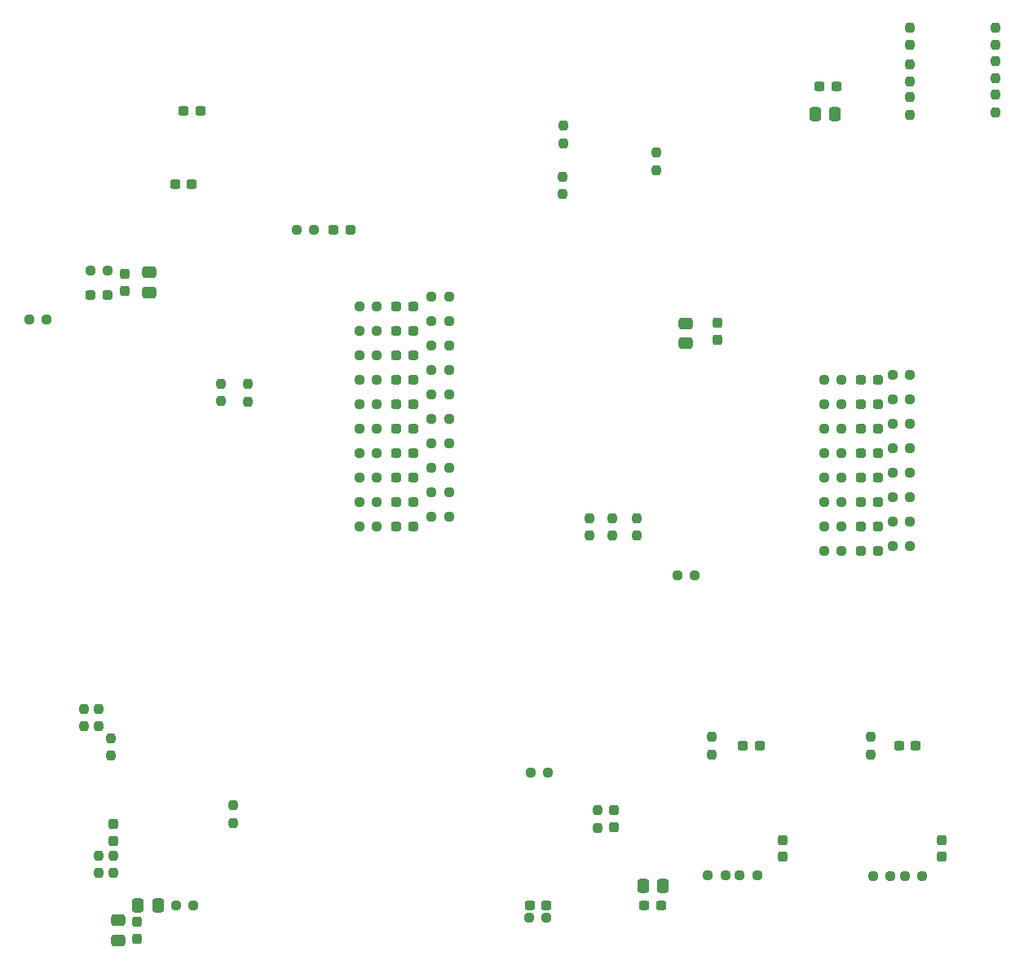
<source format=gbr>
%TF.GenerationSoftware,KiCad,Pcbnew,7.0.1*%
%TF.CreationDate,2023-04-17T00:19:08+03:00*%
%TF.ProjectId,exed,65786564-2e6b-4696-9361-645f70636258,rev?*%
%TF.SameCoordinates,Original*%
%TF.FileFunction,Paste,Top*%
%TF.FilePolarity,Positive*%
%FSLAX46Y46*%
G04 Gerber Fmt 4.6, Leading zero omitted, Abs format (unit mm)*
G04 Created by KiCad (PCBNEW 7.0.1) date 2023-04-17 00:19:08*
%MOMM*%
%LPD*%
G01*
G04 APERTURE LIST*
G04 Aperture macros list*
%AMRoundRect*
0 Rectangle with rounded corners*
0 $1 Rounding radius*
0 $2 $3 $4 $5 $6 $7 $8 $9 X,Y pos of 4 corners*
0 Add a 4 corners polygon primitive as box body*
4,1,4,$2,$3,$4,$5,$6,$7,$8,$9,$2,$3,0*
0 Add four circle primitives for the rounded corners*
1,1,$1+$1,$2,$3*
1,1,$1+$1,$4,$5*
1,1,$1+$1,$6,$7*
1,1,$1+$1,$8,$9*
0 Add four rect primitives between the rounded corners*
20,1,$1+$1,$2,$3,$4,$5,0*
20,1,$1+$1,$4,$5,$6,$7,0*
20,1,$1+$1,$6,$7,$8,$9,0*
20,1,$1+$1,$8,$9,$2,$3,0*%
G04 Aperture macros list end*
%ADD10RoundRect,0.237500X0.250000X0.237500X-0.250000X0.237500X-0.250000X-0.237500X0.250000X-0.237500X0*%
%ADD11RoundRect,0.237500X-0.250000X-0.237500X0.250000X-0.237500X0.250000X0.237500X-0.250000X0.237500X0*%
%ADD12RoundRect,0.237500X0.287500X0.237500X-0.287500X0.237500X-0.287500X-0.237500X0.287500X-0.237500X0*%
%ADD13RoundRect,0.250000X0.337500X0.475000X-0.337500X0.475000X-0.337500X-0.475000X0.337500X-0.475000X0*%
%ADD14RoundRect,0.237500X-0.237500X0.250000X-0.237500X-0.250000X0.237500X-0.250000X0.237500X0.250000X0*%
%ADD15RoundRect,0.237500X-0.300000X-0.237500X0.300000X-0.237500X0.300000X0.237500X-0.300000X0.237500X0*%
%ADD16RoundRect,0.237500X0.237500X-0.287500X0.237500X0.287500X-0.237500X0.287500X-0.237500X-0.287500X0*%
%ADD17RoundRect,0.237500X0.300000X0.237500X-0.300000X0.237500X-0.300000X-0.237500X0.300000X-0.237500X0*%
%ADD18RoundRect,0.237500X-0.287500X-0.237500X0.287500X-0.237500X0.287500X0.237500X-0.287500X0.237500X0*%
%ADD19RoundRect,0.250000X0.475000X-0.337500X0.475000X0.337500X-0.475000X0.337500X-0.475000X-0.337500X0*%
%ADD20RoundRect,0.250000X-0.475000X0.337500X-0.475000X-0.337500X0.475000X-0.337500X0.475000X0.337500X0*%
%ADD21RoundRect,0.250000X-0.337500X-0.475000X0.337500X-0.475000X0.337500X0.475000X-0.337500X0.475000X0*%
%ADD22RoundRect,0.237500X-0.237500X0.300000X-0.237500X-0.300000X0.237500X-0.300000X0.237500X0.300000X0*%
%ADD23RoundRect,0.237500X0.237500X-0.300000X0.237500X0.300000X-0.237500X0.300000X-0.237500X-0.300000X0*%
%ADD24RoundRect,0.237500X0.237500X-0.250000X0.237500X0.250000X-0.237500X0.250000X-0.237500X-0.250000X0*%
G04 APERTURE END LIST*
D10*
%TO.C,R60*%
X141117989Y-83820000D03*
X139292989Y-83820000D03*
%TD*%
D11*
%TO.C,R2*%
X156925000Y-132080000D03*
X158750000Y-132080000D03*
%TD*%
D12*
%TO.C,D4*%
X193150489Y-88885000D03*
X191400489Y-88885000D03*
%TD*%
%TO.C,D11*%
X144890489Y-71120000D03*
X143140489Y-71120000D03*
%TD*%
D13*
%TO.C,C17*%
X118382989Y-130810000D03*
X116307989Y-130810000D03*
%TD*%
D12*
%TO.C,D5*%
X193150489Y-93965000D03*
X191400489Y-93965000D03*
%TD*%
D10*
%TO.C,R58*%
X141117989Y-78740000D03*
X139292989Y-78740000D03*
%TD*%
D12*
%TO.C,D17*%
X144890489Y-73660000D03*
X143140489Y-73660000D03*
%TD*%
D10*
%TO.C,R28*%
X189377989Y-88885000D03*
X187552989Y-88885000D03*
%TD*%
D11*
%TO.C,R64*%
X132802500Y-60595000D03*
X134627500Y-60595000D03*
%TD*%
D12*
%TO.C,D2*%
X193150489Y-78725000D03*
X191400489Y-78725000D03*
%TD*%
D14*
%TO.C,R12*%
X175905000Y-113247989D03*
X175905000Y-115072989D03*
%TD*%
D12*
%TO.C,D7*%
X193150489Y-81265000D03*
X191400489Y-81265000D03*
%TD*%
D15*
%TO.C,C13*%
X187097500Y-45720000D03*
X188822500Y-45720000D03*
%TD*%
D12*
%TO.C,D13*%
X144890489Y-81280000D03*
X143140489Y-81280000D03*
%TD*%
D10*
%TO.C,R56*%
X141117989Y-73660000D03*
X139292989Y-73660000D03*
%TD*%
D12*
%TO.C,D16*%
X144890489Y-68580000D03*
X143140489Y-68580000D03*
%TD*%
D16*
%TO.C,D1*%
X165745000Y-122655489D03*
X165745000Y-120905489D03*
%TD*%
D17*
%TO.C,C6*%
X121920000Y-55880000D03*
X120195000Y-55880000D03*
%TD*%
D18*
%TO.C,D10*%
X111400489Y-67325000D03*
X113150489Y-67325000D03*
%TD*%
D12*
%TO.C,D18*%
X144890489Y-78740000D03*
X143140489Y-78740000D03*
%TD*%
D10*
%TO.C,R55*%
X141117989Y-71120000D03*
X139292989Y-71120000D03*
%TD*%
D11*
%TO.C,R30*%
X187552989Y-93965000D03*
X189377989Y-93965000D03*
%TD*%
D19*
%TO.C,C19*%
X117475000Y-67077500D03*
X117475000Y-65002500D03*
%TD*%
D12*
%TO.C,D9*%
X193150489Y-91425000D03*
X191400489Y-91425000D03*
%TD*%
D17*
%TO.C,C1*%
X122782500Y-48260000D03*
X121057500Y-48260000D03*
%TD*%
D11*
%TO.C,R38*%
X111362989Y-64785000D03*
X113187989Y-64785000D03*
%TD*%
D10*
%TO.C,R24*%
X189377989Y-78725000D03*
X187552989Y-78725000D03*
%TD*%
D12*
%TO.C,D8*%
X193150489Y-86345000D03*
X191400489Y-86345000D03*
%TD*%
D20*
%TO.C,C4*%
X173225489Y-70300000D03*
X173225489Y-72375000D03*
%TD*%
D11*
%TO.C,R51*%
X120242989Y-130810000D03*
X122067989Y-130810000D03*
%TD*%
D10*
%TO.C,R57*%
X141117989Y-76200000D03*
X139292989Y-76200000D03*
%TD*%
D12*
%TO.C,D14*%
X144890489Y-86360000D03*
X143140489Y-86360000D03*
%TD*%
D10*
%TO.C,R26*%
X189377989Y-83805000D03*
X187552989Y-83805000D03*
%TD*%
D21*
%TO.C,C12*%
X186619390Y-48588291D03*
X188694390Y-48588291D03*
%TD*%
D10*
%TO.C,R54*%
X141117989Y-68580000D03*
X139292989Y-68580000D03*
%TD*%
D15*
%TO.C,C11*%
X195362500Y-114160489D03*
X197087500Y-114160489D03*
%TD*%
D10*
%TO.C,R59*%
X141117989Y-81280000D03*
X139292989Y-81280000D03*
%TD*%
%TO.C,R61*%
X141117989Y-86360000D03*
X139292989Y-86360000D03*
%TD*%
D14*
%TO.C,R32*%
X192415000Y-113247989D03*
X192415000Y-115072989D03*
%TD*%
D10*
%TO.C,R27*%
X189377989Y-86345000D03*
X187552989Y-86345000D03*
%TD*%
D11*
%TO.C,R63*%
X139292989Y-91440000D03*
X141117989Y-91440000D03*
%TD*%
D10*
%TO.C,R29*%
X189377989Y-91425000D03*
X187552989Y-91425000D03*
%TD*%
D12*
%TO.C,D19*%
X144890489Y-83820000D03*
X143140489Y-83820000D03*
%TD*%
D19*
%TO.C,C15*%
X114300000Y-134387500D03*
X114300000Y-132312500D03*
%TD*%
D22*
%TO.C,C5*%
X176530000Y-70257500D03*
X176530000Y-71982500D03*
%TD*%
D12*
%TO.C,D3*%
X193150489Y-83805000D03*
X191400489Y-83805000D03*
%TD*%
D23*
%TO.C,C16*%
X116205000Y-134212500D03*
X116205000Y-132487500D03*
%TD*%
D15*
%TO.C,C7*%
X179145000Y-114160489D03*
X180870000Y-114160489D03*
%TD*%
D22*
%TO.C,C18*%
X114935000Y-65192500D03*
X114935000Y-66917500D03*
%TD*%
D11*
%TO.C,R11*%
X172312989Y-96505000D03*
X174137989Y-96505000D03*
%TD*%
D24*
%TO.C,R1*%
X164084000Y-122705500D03*
X164084000Y-120880500D03*
%TD*%
D10*
%TO.C,R25*%
X189377989Y-81265000D03*
X187552989Y-81265000D03*
%TD*%
D17*
%TO.C,C2*%
X158750000Y-130810000D03*
X157025000Y-130810000D03*
%TD*%
D12*
%TO.C,D15*%
X144890489Y-91440000D03*
X143140489Y-91440000D03*
%TD*%
%TO.C,D12*%
X144890489Y-76200000D03*
X143140489Y-76200000D03*
%TD*%
%TO.C,D6*%
X193150489Y-76185000D03*
X191400489Y-76185000D03*
%TD*%
D10*
%TO.C,R62*%
X141117989Y-88900000D03*
X139292989Y-88900000D03*
%TD*%
D24*
%TO.C,R49*%
X113535489Y-115212500D03*
X113535489Y-113387500D03*
%TD*%
D12*
%TO.C,D21*%
X138400000Y-60595000D03*
X136650000Y-60595000D03*
%TD*%
D10*
%TO.C,R23*%
X189377989Y-76185000D03*
X187552989Y-76185000D03*
%TD*%
D12*
%TO.C,D20*%
X144890489Y-88900000D03*
X143140489Y-88900000D03*
%TD*%
D24*
%TO.C,R6*%
X163195000Y-92352500D03*
X163195000Y-90527500D03*
%TD*%
D10*
%TO.C,R9*%
X177315500Y-127635000D03*
X175490500Y-127635000D03*
%TD*%
D24*
%TO.C,R31*%
X170180000Y-54379500D03*
X170180000Y-52554500D03*
%TD*%
D10*
%TO.C,R22*%
X194460500Y-127762000D03*
X192635500Y-127762000D03*
%TD*%
%TO.C,R8*%
X180617500Y-127635000D03*
X178792500Y-127635000D03*
%TD*%
D22*
%TO.C,C3*%
X183261000Y-123978500D03*
X183261000Y-125703500D03*
%TD*%
D24*
%TO.C,R4*%
X168145489Y-92352500D03*
X168145489Y-90527500D03*
%TD*%
D14*
%TO.C,R65*%
X196469000Y-46816000D03*
X196469000Y-48641000D03*
%TD*%
D10*
%TO.C,R16*%
X196492500Y-83312000D03*
X194667500Y-83312000D03*
%TD*%
%TO.C,R53*%
X148624130Y-90424000D03*
X146799130Y-90424000D03*
%TD*%
%TO.C,R18*%
X196492500Y-88392000D03*
X194667500Y-88392000D03*
%TD*%
D24*
%TO.C,R46*%
X126238000Y-122197500D03*
X126238000Y-120372500D03*
%TD*%
D10*
%TO.C,R17*%
X196492500Y-85852000D03*
X194667500Y-85852000D03*
%TD*%
D14*
%TO.C,R7*%
X160528000Y-49784000D03*
X160528000Y-51609000D03*
%TD*%
%TO.C,R37*%
X112268000Y-125579500D03*
X112268000Y-127404500D03*
%TD*%
%TO.C,R34*%
X124965489Y-76557500D03*
X124965489Y-78382500D03*
%TD*%
D10*
%TO.C,R42*%
X148624130Y-70104000D03*
X146799130Y-70104000D03*
%TD*%
%TO.C,R43*%
X148624130Y-72644000D03*
X146799130Y-72644000D03*
%TD*%
%TO.C,R52*%
X148624130Y-87884000D03*
X146799130Y-87884000D03*
%TD*%
%TO.C,R47*%
X148624130Y-80264000D03*
X146799130Y-80264000D03*
%TD*%
D24*
%TO.C,R68*%
X205359000Y-48387000D03*
X205359000Y-46562000D03*
%TD*%
D11*
%TO.C,R13*%
X194667500Y-75692000D03*
X196492500Y-75692000D03*
%TD*%
%TO.C,R41*%
X146799130Y-67564000D03*
X148624130Y-67564000D03*
%TD*%
D10*
%TO.C,R21*%
X197762500Y-127762000D03*
X195937500Y-127762000D03*
%TD*%
%TO.C,R48*%
X148624130Y-82804000D03*
X146799130Y-82804000D03*
%TD*%
D14*
%TO.C,R66*%
X196469000Y-43363500D03*
X196469000Y-45188500D03*
%TD*%
D10*
%TO.C,R45*%
X148624130Y-77724000D03*
X146799130Y-77724000D03*
%TD*%
D11*
%TO.C,R33*%
X105012989Y-69865000D03*
X106837989Y-69865000D03*
%TD*%
D10*
%TO.C,R14*%
X196492500Y-78232000D03*
X194667500Y-78232000D03*
%TD*%
D23*
%TO.C,C14*%
X113792000Y-124052500D03*
X113792000Y-122327500D03*
%TD*%
D10*
%TO.C,R20*%
X196492500Y-93472000D03*
X194667500Y-93472000D03*
%TD*%
D17*
%TO.C,C9*%
X170635000Y-130810000D03*
X168910000Y-130810000D03*
%TD*%
D21*
%TO.C,C8*%
X168761500Y-128778000D03*
X170836500Y-128778000D03*
%TD*%
D14*
%TO.C,R40*%
X110744000Y-110339500D03*
X110744000Y-112164500D03*
%TD*%
D22*
%TO.C,C10*%
X199771000Y-123978500D03*
X199771000Y-125703500D03*
%TD*%
D14*
%TO.C,R35*%
X127762000Y-76581000D03*
X127762000Y-78406000D03*
%TD*%
D10*
%TO.C,R15*%
X196492500Y-80772000D03*
X194667500Y-80772000D03*
%TD*%
D14*
%TO.C,R67*%
X196469000Y-39553500D03*
X196469000Y-41378500D03*
%TD*%
%TO.C,R39*%
X112268000Y-110339500D03*
X112268000Y-112164500D03*
%TD*%
D10*
%TO.C,R50*%
X148624130Y-85344000D03*
X146799130Y-85344000D03*
%TD*%
D24*
%TO.C,R5*%
X160401000Y-56896000D03*
X160401000Y-55071000D03*
%TD*%
%TO.C,R70*%
X205359000Y-41402000D03*
X205359000Y-39577000D03*
%TD*%
D10*
%TO.C,R44*%
X148624130Y-75184000D03*
X146799130Y-75184000D03*
%TD*%
%TO.C,R19*%
X196492500Y-90932000D03*
X194667500Y-90932000D03*
%TD*%
D14*
%TO.C,R36*%
X113792000Y-125579500D03*
X113792000Y-127404500D03*
%TD*%
D24*
%TO.C,R10*%
X165605489Y-92352500D03*
X165605489Y-90527500D03*
%TD*%
%TO.C,R69*%
X205359000Y-44854500D03*
X205359000Y-43029500D03*
%TD*%
D11*
%TO.C,R3*%
X157075500Y-116967000D03*
X158900500Y-116967000D03*
%TD*%
M02*

</source>
